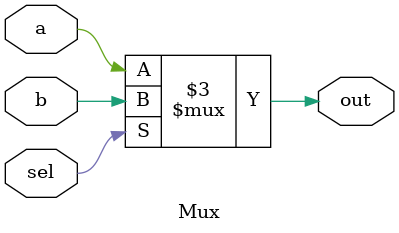
<source format=sv>
`timescale 1ns / 1ps


module Mux #(Imlength = 1)(
    input logic [Imlength-1:0]a,
    input logic [Imlength-1:0]b,
    input logic sel,
    output logic [Imlength-1: 0]out
    );
    
    always_comb
    begin
     out = '0;
      if(sel)  out = b;
      else out = a;
    end
        
endmodule

</source>
